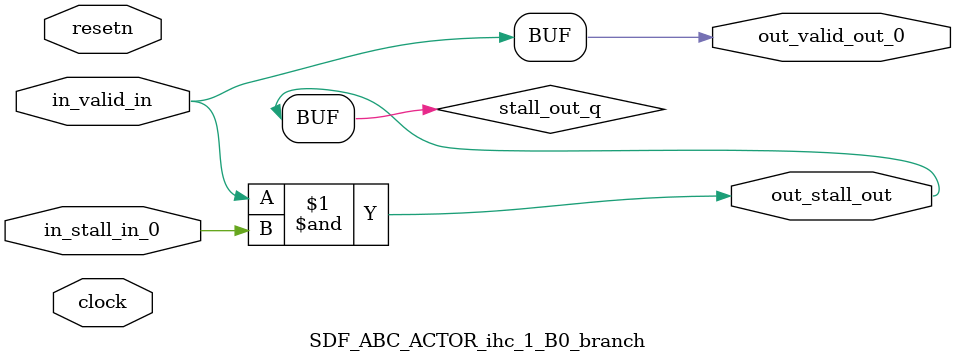
<source format=sv>



(* altera_attribute = "-name AUTO_SHIFT_REGISTER_RECOGNITION OFF; -name MESSAGE_DISABLE 10036; -name MESSAGE_DISABLE 10037; -name MESSAGE_DISABLE 14130; -name MESSAGE_DISABLE 14320; -name MESSAGE_DISABLE 15400; -name MESSAGE_DISABLE 14130; -name MESSAGE_DISABLE 10036; -name MESSAGE_DISABLE 12020; -name MESSAGE_DISABLE 12030; -name MESSAGE_DISABLE 12010; -name MESSAGE_DISABLE 12110; -name MESSAGE_DISABLE 14320; -name MESSAGE_DISABLE 13410; -name MESSAGE_DISABLE 113007; -name MESSAGE_DISABLE 10958" *)
module SDF_ABC_ACTOR_ihc_1_B0_branch (
    input wire [0:0] in_stall_in_0,
    input wire [0:0] in_valid_in,
    output wire [0:0] out_stall_out,
    output wire [0:0] out_valid_out_0,
    input wire clock,
    input wire resetn
    );

    wire [0:0] stall_out_q;


    // stall_out(LOGICAL,6)
    assign stall_out_q = in_valid_in & in_stall_in_0;

    // out_stall_out(GPOUT,4)
    assign out_stall_out = stall_out_q;

    // out_valid_out_0(GPOUT,5)
    assign out_valid_out_0 = in_valid_in;

endmodule

</source>
